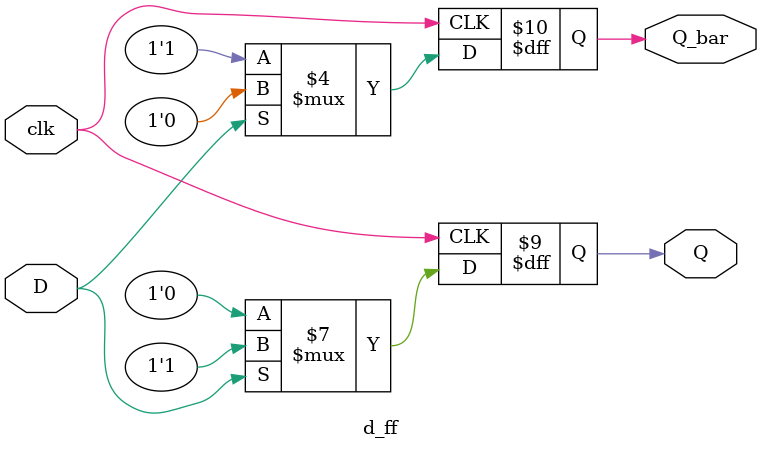
<source format=v>
module d_ff(
    input clk,
    input D,
    output reg Q,
    output reg Q_bar
);

always @(posedge clk) begin
    if(D == 0) begin
        Q <= 0;
        Q_bar <= 1;
    end
    else begin
        Q <= 1;
        Q_bar <= 0;
    end
end

endmodule
</source>
